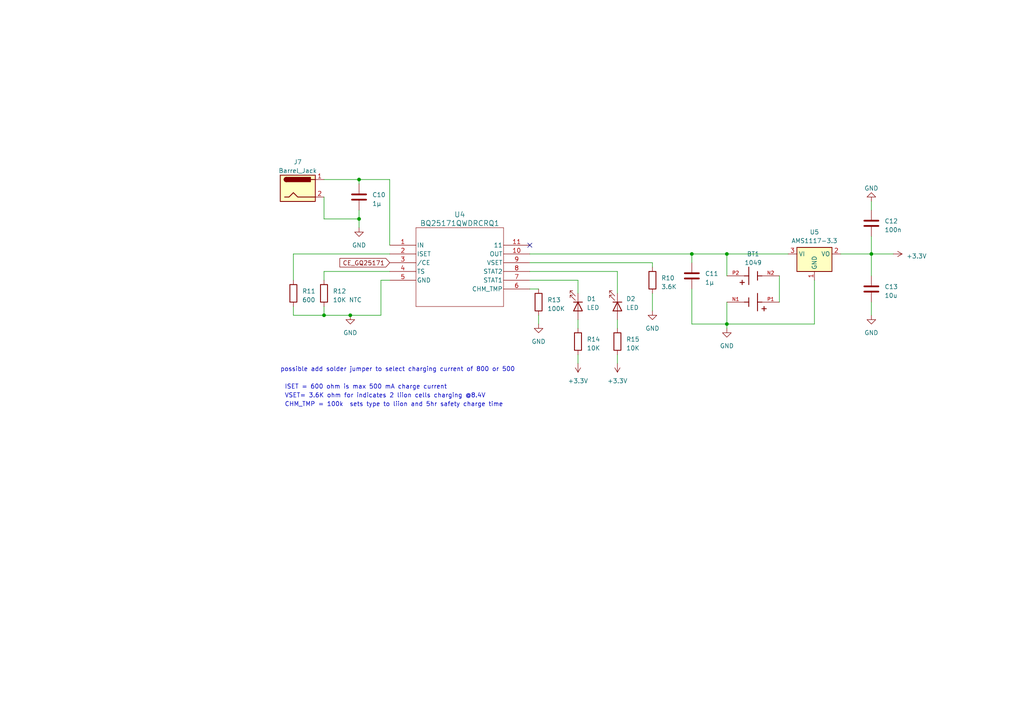
<source format=kicad_sch>
(kicad_sch (version 20230121) (generator eeschema)
  (paper "A4")
  (lib_symbols
    (symbol "1049P:1049" (pin_names (offset 1.016))
      (property "Reference" "BT" (at -3.81 8.89 0))
      (property "Value" "1049" (at -3.81 -7.62 0))
      (symbol "1049_0_0"
        (polyline (pts (xy -3.81 6.985) (xy -2.54 6.985)) (stroke (width 0.254)))
        (polyline (pts (xy -3.175 7.62) (xy -3.175 6.35)) (stroke (width 0.254)))
        (polyline (pts (xy -1.27 -3.81) (xy -1.27 -2.54)) (stroke (width 0.254)))
        (polyline (pts (xy -1.27 -2.54) (xy -2.54 -2.54)) (stroke (width 0.254)))
        (polyline (pts (xy -1.27 -2.54) (xy -1.27 -1.27)) (stroke (width 0.254)))
        (polyline (pts (xy -1.27 5.08) (xy -2.54 5.08)) (stroke (width 0.254)))
        (polyline (pts (xy -1.27 5.08) (xy -1.27 2.54)) (stroke (width 0.254)))
        (polyline (pts (xy -1.27 7.62) (xy -1.27 5.08)) (stroke (width 0.254)))
        (polyline (pts (xy 1.27 -5.08) (xy 1.27 -2.54)) (stroke (width 0.254)))
        (polyline (pts (xy 1.27 -2.54) (xy 1.27 0)) (stroke (width 0.254)))
        (polyline (pts (xy 1.27 -2.54) (xy 2.54 -2.54)) (stroke (width 0.254)))
        (polyline (pts (xy 1.27 5.08) (xy 1.27 3.81)) (stroke (width 0.254)))
        (polyline (pts (xy 1.27 5.08) (xy 2.54 5.08)) (stroke (width 0.254)))
        (polyline (pts (xy 1.27 6.35) (xy 1.27 5.08)) (stroke (width 0.254)))
        (polyline (pts (xy 3.175 -1.27) (xy 3.175 0)) (stroke (width 0.254)))
        (polyline (pts (xy 3.81 -0.635) (xy 2.54 -0.635)) (stroke (width 0.254)))
        (pin passive line (at 7.62 5.08 180) (length 5.08) (name "~") (number "N1"))
        (pin passive line (at -7.62 -2.54 0) (length 5.08) (name "~") (number "N2"))
        (pin passive line (at -7.62 5.08 0) (length 5.08) (name "~") (number "P1"))
        (pin passive line (at 7.62 -2.54 180) (length 5.08) (name "~") (number "P2"))
      )
    )
    (symbol "BQ25171:BQ25171QWDRCRQ1" (pin_names (offset 0.254))
      (property "Reference" "U4" (at 20.32 8.89 0))
      (property "Value" "BQ25171QWDRCRQ1" (at 20.32 6.35 0))
      (symbol "BQ25171QWDRCRQ1_0_1"
        (polyline (pts (xy 7.62 -17.78) (xy 33.02 -17.78)) (stroke (width 0.127)))
        (polyline (pts (xy 7.62 5.08) (xy 7.62 -17.78)) (stroke (width 0.127)))
        (polyline (pts (xy 33.02 -17.78) (xy 33.02 5.08)) (stroke (width 0.127)))
        (polyline (pts (xy 33.02 5.08) (xy 7.62 5.08)) (stroke (width 0.127)))
      )
      (symbol "BQ25171QWDRCRQ1_1_1"
        (pin unspecified line (at 0 0 0) (length 7.62) (name "IN") (number "1"))
        (pin unspecified line (at 40.64 -2.54 180) (length 7.62) (name "OUT") (number "10"))
        (pin unspecified line (at 40.64 0 180) (length 7.62) (name "11") (number "11"))
        (pin unspecified line (at 0 -2.54 0) (length 7.62) (name "ISET") (number "2"))
        (pin unspecified line (at 0 -5.08 0) (length 7.62) (name "/CE") (number "3"))
        (pin unspecified line (at 0 -7.62 0) (length 7.62) (name "TS") (number "4"))
        (pin unspecified line (at 0 -10.16 0) (length 7.62) (name "GND") (number "5"))
        (pin unspecified line (at 40.64 -12.7 180) (length 7.62) (name "CHM_TMP") (number "6"))
        (pin unspecified line (at 40.64 -10.16 180) (length 7.62) (name "STAT1") (number "7"))
        (pin unspecified line (at 40.64 -7.62 180) (length 7.62) (name "STAT2") (number "8"))
        (pin unspecified line (at 40.64 -5.08 180) (length 7.62) (name "VSET") (number "9"))
      )
    )
    (symbol "Connector:Barrel_Jack" (pin_names (offset 1.016))
      (property "Reference" "J" (at 0 5.334 0))
      (property "Value" "Barrel_Jack" (at 0 -5.08 0))
      (symbol "Barrel_Jack_0_1"
        (rectangle (start -5.08 3.81) (end 5.08 -3.81) (stroke (width 0.254)) (fill (type background)))
        (arc (start -3.302 3.175) (mid -3.9343 2.54) (end -3.302 1.905) (stroke (width 0.254)))
        (arc (start -3.302 3.175) (mid -3.9343 2.54) (end -3.302 1.905) (stroke (width 0.254)) (fill (type outline)))
        (polyline (pts (xy 5.08 2.54) (xy 3.81 2.54)) (stroke (width 0.254)))
        (polyline (pts (xy -3.81 -2.54) (xy -2.54 -2.54) (xy -1.27 -1.27) (xy 0 -2.54) (xy 2.54 -2.54) (xy 5.08 -2.54)) (stroke (width 0.254)))
        (rectangle (start 3.683 3.175) (end -3.302 1.905) (stroke (width 0.254)) (fill (type outline)))
      )
      (symbol "Barrel_Jack_1_1"
        (pin passive line (at 7.62 2.54 180) (length 2.54) (name "~") (number "1"))
        (pin passive line (at 7.62 -2.54 180) (length 2.54) (name "~") (number "2"))
      )
    )
    (symbol "Device:C" (pin_numbers hide) (pin_names (offset 0.254))
      (property "Reference" "C" (at 0.635 2.54 0))
      (property "Value" "C" (at 0.635 -2.54 0))
      (symbol "C_0_1"
        (polyline (pts (xy -2.032 -0.762) (xy 2.032 -0.762)) (stroke (width 0.508)))
        (polyline (pts (xy -2.032 0.762) (xy 2.032 0.762)) (stroke (width 0.508)))
      )
      (symbol "C_1_1"
        (pin passive line (at 0 3.81 270) (length 2.794) (name "~") (number "1"))
        (pin passive line (at 0 -3.81 90) (length 2.794) (name "~") (number "2"))
      )
    )
    (symbol "Device:LED" (pin_numbers hide) (pin_names (offset 1.016) hide)
      (property "Reference" "D" (at 0 2.54 0))
      (property "Value" "LED" (at 0 -2.54 0))
      (symbol "LED_0_1"
        (polyline (pts (xy -1.27 -1.27) (xy -1.27 1.27)) (stroke (width 0.254)))
        (polyline (pts (xy -1.27 0) (xy 1.27 0)))
        (polyline (pts (xy 1.27 -1.27) (xy 1.27 1.27) (xy -1.27 0) (xy 1.27 -1.27)) (stroke (width 0.254)))
        (polyline (pts (xy -3.048 -0.762) (xy -4.572 -2.286) (xy -3.81 -2.286) (xy -4.572 -2.286) (xy -4.572 -1.524)))
        (polyline (pts (xy -1.778 -0.762) (xy -3.302 -2.286) (xy -2.54 -2.286) (xy -3.302 -2.286) (xy -3.302 -1.524)))
      )
      (symbol "LED_1_1"
        (pin passive line (at -3.81 0 0) (length 2.54) (name "K") (number "1"))
        (pin passive line (at 3.81 0 180) (length 2.54) (name "A") (number "2"))
      )
    )
    (symbol "Device:R" (pin_numbers hide) (pin_names (offset 0))
      (property "Reference" "R" (at 2.032 0 90))
      (property "Value" "R" (at 0 0 90))
      (symbol "R_0_1"
        (rectangle (start -1.016 -2.54) (end 1.016 2.54) (stroke (width 0.254)))
      )
      (symbol "R_1_1"
        (pin passive line (at 0 3.81 270) (length 1.27) (name "~") (number "1"))
        (pin passive line (at 0 -3.81 90) (length 1.27) (name "~") (number "2"))
      )
    )
    (symbol "Regulator_Linear:AMS1117-3.3"
      (property "Reference" "U" (at -3.81 3.175 0))
      (property "Value" "AMS1117-3.3" (at 0 3.175 0))
      (symbol "AMS1117-3.3_0_1"
        (rectangle (start -5.08 -5.08) (end 5.08 1.905) (stroke (width 0.254)) (fill (type background)))
      )
      (symbol "AMS1117-3.3_1_1"
        (pin power_in line (at 0 -7.62 90) (length 2.54) (name "GND") (number "1"))
        (pin power_out line (at 7.62 0 180) (length 2.54) (name "VO") (number "2"))
        (pin power_in line (at -7.62 0 0) (length 2.54) (name "VI") (number "3"))
      )
    )
    (symbol "power:+3.3V" (power) (pin_names (offset 0))
      (property "Value" "+3.3V" (at 0 3.556 0))
      (symbol "+3.3V_0_1"
        (polyline (pts (xy -0.762 1.27) (xy 0 2.54)))
        (polyline (pts (xy 0 0) (xy 0 2.54)))
        (polyline (pts (xy 0 2.54) (xy 0.762 1.27)))
      )
      (symbol "+3.3V_1_1"
        (pin power_in line (at 0 0 90) (length 0) hide (name "+3.3V") (number "1"))
      )
    )
    (symbol "power:GND" (power) (pin_names (offset 0))
      (property "Value" "GND" (at 0 -3.81 0))
      (symbol "GND_0_1"
        (polyline (pts (xy 0 0) (xy 0 -1.27) (xy 1.27 -1.27) (xy 0 -2.54) (xy -1.27 -1.27) (xy 0 -1.27)))
      )
      (symbol "GND_1_1"
        (pin power_in line (at 0 0 270) (length 0) hide (name "GND") (number "1"))
      )
    )
  )
  (junction (at 210.82 73.66))
  (junction (at 210.82 93.98))
  (junction (at 104.14 52.07))
  (junction (at 200.66 73.66))
  (junction (at 101.6 91.44))
  (junction (at 252.73 73.66))
  (junction (at 93.98 91.44))
  (junction (at 104.14 63.5))
  (no_connect (at 153.67 71.12))
  (wire (pts (xy 210.82 95.25) (xy 210.82 93.98)))
  (wire (pts (xy 226.06 80.01) (xy 226.06 87.63)))
  (wire (pts (xy 101.6 91.44) (xy 110.49 91.44)))
  (wire (pts (xy 113.03 71.12) (xy 113.03 52.07)))
  (wire (pts (xy 167.64 81.28) (xy 167.64 85.09)))
  (wire (pts (xy 93.98 63.5) (xy 93.98 57.15)))
  (wire (pts (xy 85.09 73.66) (xy 85.09 81.28)))
  (wire (pts (xy 153.67 81.28) (xy 167.64 81.28)))
  (wire (pts (xy 167.64 102.87) (xy 167.64 105.41)))
  (wire (pts (xy 210.82 73.66) (xy 210.82 80.01)))
  (wire (pts (xy 179.07 92.71) (xy 179.07 95.25)))
  (wire (pts (xy 93.98 88.9) (xy 93.98 91.44)))
  (wire (pts (xy 252.73 58.42) (xy 252.73 60.96)))
  (wire (pts (xy 243.84 73.66) (xy 252.73 73.66)))
  (wire (pts (xy 153.67 73.66) (xy 200.66 73.66)))
  (wire (pts (xy 113.03 52.07) (xy 104.14 52.07)))
  (wire (pts (xy 189.23 85.09) (xy 189.23 90.17)))
  (wire (pts (xy 210.82 87.63) (xy 210.82 93.98)))
  (wire (pts (xy 200.66 83.82) (xy 200.66 93.98)))
  (wire (pts (xy 200.66 73.66) (xy 210.82 73.66)))
  (wire (pts (xy 153.67 76.2) (xy 189.23 76.2)))
  (wire (pts (xy 179.07 78.74) (xy 179.07 85.09)))
  (wire (pts (xy 104.14 63.5) (xy 104.14 66.04)))
  (wire (pts (xy 210.82 73.66) (xy 228.6 73.66)))
  (wire (pts (xy 153.67 78.74) (xy 179.07 78.74)))
  (wire (pts (xy 210.82 93.98) (xy 236.22 93.98)))
  (wire (pts (xy 156.21 91.44) (xy 156.21 93.98)))
  (wire (pts (xy 104.14 52.07) (xy 93.98 52.07)))
  (wire (pts (xy 93.98 78.74) (xy 113.03 78.74)))
  (wire (pts (xy 104.14 53.34) (xy 104.14 52.07)))
  (wire (pts (xy 252.73 87.63) (xy 252.73 91.44)))
  (wire (pts (xy 93.98 91.44) (xy 101.6 91.44)))
  (wire (pts (xy 93.98 81.28) (xy 93.98 78.74)))
  (wire (pts (xy 113.03 81.28) (xy 110.49 81.28)))
  (wire (pts (xy 85.09 88.9) (xy 85.09 91.44)))
  (wire (pts (xy 236.22 93.98) (xy 236.22 81.28)))
  (wire (pts (xy 179.07 102.87) (xy 179.07 105.41)))
  (wire (pts (xy 167.64 92.71) (xy 167.64 95.25)))
  (wire (pts (xy 153.67 83.82) (xy 156.21 83.82)))
  (wire (pts (xy 252.73 73.66) (xy 259.08 73.66)))
  (wire (pts (xy 110.49 81.28) (xy 110.49 91.44)))
  (wire (pts (xy 252.73 68.58) (xy 252.73 73.66)))
  (wire (pts (xy 93.98 63.5) (xy 104.14 63.5)))
  (wire (pts (xy 200.66 93.98) (xy 210.82 93.98)))
  (wire (pts (xy 200.66 73.66) (xy 200.66 76.2)))
  (wire (pts (xy 252.73 73.66) (xy 252.73 80.01)))
  (wire (pts (xy 104.14 60.96) (xy 104.14 63.5)))
  (wire (pts (xy 85.09 91.44) (xy 93.98 91.44)))
  (wire (pts (xy 189.23 76.2) (xy 189.23 77.47)))
  (wire (pts (xy 113.03 73.66) (xy 85.09 73.66)))
  (text "ISET = 600 ohm is max 500 mA charge current\n" (at 82.55 113.03 0) (effects (font (size 1.27 1.27)) (justify left bottom)))
  (text "possible add solder jumper to select charging current of 800 or 500" (at 81.28 107.95 0) (effects (font (size 1.27 1.27)) (justify left bottom)))
  (text "VSET= 3.6K ohm for indicates 2 liion cells charging @8.4V" (at 82.55 115.57 0) (effects (font (size 1.27 1.27)) (justify left bottom)))
  (text "CHM_TMP = 100k  sets type to liion and 5hr safety charge time\n" (at 82.55 118.11 0) (effects (font (size 1.27 1.27)) (justify left bottom)))
  (global_label "CE_GQ25171" (shape input) (at 113.03 76.2 180) (property "Intersheetrefs" "${INTERSHEET_REFS}" (effects hide)))
  (symbol (lib_id "power:GND") (at 210.82 95.25 0) (unit 1)
    (property "Reference" "#PWR014" (effects hide))
    (property "Value" "GND" (at 210.82 100.33 0))
  )
  (symbol (lib_id "Device:C") (at 252.73 83.82 0) (unit 1)
    (property "Reference" "C13" (at 256.54 83.185 0) (effects (justify left)))
    (property "Value" "10u" (at 256.54 85.725 0) (effects (justify left)))
    (property "Footprint" "Capacitor_SMD:C_0805_2012Metric_Pad1.18x1.45mm_HandSolder" (effects hide))
  )
  (symbol (lib_id "power:+3.3V") (at 167.64 105.41 180) (unit 1)
    (property "Reference" "#PWR020" (effects hide))
    (property "Value" "+3.3V" (at 167.64 110.49 0))
  )
  (symbol (lib_id "Device:LED") (at 179.07 88.9 270) (unit 1)
    (property "Reference" "D2" (at 181.61 86.6775 90) (effects (justify left)))
    (property "Value" "LED" (at 181.61 89.2175 90) (effects (justify left)))
    (property "Footprint" "LED_SMD:LED_0805_2012Metric_Pad1.15x1.40mm_HandSolder" (effects hide))
  )
  (symbol (lib_id "power:GND") (at 104.14 66.04 0) (unit 1)
    (property "Reference" "#PWR018" (effects hide))
    (property "Value" "GND" (at 104.14 71.12 0))
  )
  (symbol (lib_id "Connector:Barrel_Jack") (at 86.36 54.61 0) (unit 1)
    (property "Reference" "J7" (at 86.36 46.99 0))
    (property "Value" "Barrel_Jack" (at 86.36 49.53 0))
    (property "Footprint" "Connector_BarrelJack:BarrelJack_GCT_DCJ200-10-A_Horizontal" (effects hide))
  )
  (symbol (lib_id "Device:R") (at 85.09 85.09 0) (unit 1)
    (property "Reference" "R11" (at 87.63 84.455 0) (effects (justify left)))
    (property "Value" "600" (at 87.63 86.995 0) (effects (justify left)))
    (property "Footprint" "Resistor_SMD:R_0805_2012Metric_Pad1.20x1.40mm_HandSolder" (effects hide))
  )
  (symbol (lib_id "1049P:1049") (at 218.44 82.55 180) (unit 1)
    (property "Reference" "BT1" (at 218.44 73.66 0))
    (property "Value" "1049" (at 218.44 76.2 0))
    (property "Footprint" "Central:BAT_1049" (effects hide))
    (property "MF" "Keystone Electronics" (effects hide))
    (property "MAXIMUM_PACKAGE_HEIGHT" "15.1mm" (effects hide))
    (property "Package" "None" (effects hide))
    (property "Price" "None" (effects hide))
    (property "Check_prices" "https://www.snapeda.com/parts/1049/Keystone+Electronics/view-part/?ref=eda" (effects hide))
    (property "STANDARD" "Manufacturer Recommendations" (effects hide))
    (property "PARTREV" "F" (effects hide))
    (property "SnapEDA_Link" "https://www.snapeda.com/parts/1049/Keystone+Electronics/view-part/?ref=snap" (effects hide))
    (property "MP" "1049" (effects hide))
    (property "Description" "\nTHM Holder for Dual 18650 Batteries\n" (effects hide))
    (property "MANUFACTURER" "Keystone" (effects hide))
    (property "Availability" "Not in stock" (effects hide))
    (property "SNAPEDA_PN" "109" (effects hide))
  )
  (symbol (lib_id "Device:C") (at 252.73 64.77 0) (unit 1)
    (property "Reference" "C12" (at 256.54 64.135 0) (effects (justify left)))
    (property "Value" "100n" (at 256.54 66.675 0) (effects (justify left)))
    (property "Footprint" "Capacitor_SMD:C_0805_2012Metric_Pad1.18x1.45mm_HandSolder" (effects hide))
  )
  (symbol (lib_id "Device:R") (at 156.21 87.63 0) (unit 1)
    (property "Reference" "R13" (at 158.75 86.995 0) (effects (justify left)))
    (property "Value" "100K" (at 158.75 89.535 0) (effects (justify left)))
    (property "Footprint" "Resistor_SMD:R_0805_2012Metric_Pad1.20x1.40mm_HandSolder" (effects hide))
  )
  (symbol (lib_id "power:GND") (at 156.21 93.98 0) (unit 1)
    (property "Reference" "#PWR019" (effects hide))
    (property "Value" "GND" (at 156.21 99.06 0))
  )
  (symbol (lib_id "power:GND") (at 252.73 58.42 180) (unit 1)
    (property "Reference" "#PWR022" (effects hide))
    (property "Value" "GND" (at 252.73 54.61 0))
  )
  (symbol (lib_id "Device:LED") (at 167.64 88.9 270) (unit 1)
    (property "Reference" "D1" (at 170.18 86.6775 90) (effects (justify left)))
    (property "Value" "LED" (at 170.18 89.2175 90) (effects (justify left)))
    (property "Footprint" "LED_SMD:LED_0805_2012Metric_Pad1.15x1.40mm_HandSolder" (effects hide))
  )
  (symbol (lib_id "BQ25171:BQ25171QWDRCRQ1") (at 113.03 71.12 0) (unit 1)
    (property "Reference" "U4" (at 133.35 62.23 0) (effects (font (size 1.524 1.524))))
    (property "Value" "BQ25171QWDRCRQ1" (at 133.35 64.77 0) (effects (font (size 1.524 1.524))))
    (property "Footprint" "Central:VSON10_BQ25171_3X3_TEX" (effects hide))
    (property "Datasheet" "BQ25171QWDRCRQ1" (effects hide))
  )
  (symbol (lib_id "power:GND") (at 189.23 90.17 0) (unit 1)
    (property "Reference" "#PWR015" (effects hide))
    (property "Value" "GND" (at 189.23 95.25 0))
  )
  (symbol (lib_id "power:GND") (at 252.73 91.44 0) (unit 1)
    (property "Reference" "#PWR023" (effects hide))
    (property "Value" "GND" (at 252.73 96.52 0))
  )
  (symbol (lib_id "Device:C") (at 104.14 57.15 0) (unit 1)
    (property "Reference" "C10" (at 107.95 56.515 0) (effects (justify left)))
    (property "Value" "1µ" (at 107.95 59.055 0) (effects (justify left)))
    (property "Footprint" "Capacitor_SMD:C_0805_2012Metric_Pad1.18x1.45mm_HandSolder" (effects hide))
  )
  (symbol (lib_id "Device:R") (at 179.07 99.06 0) (unit 1)
    (property "Reference" "R15" (at 181.61 98.425 0) (effects (justify left)))
    (property "Value" "10K" (at 181.61 100.965 0) (effects (justify left)))
    (property "Footprint" "Resistor_SMD:R_0805_2012Metric_Pad1.20x1.40mm_HandSolder" (effects hide))
  )
  (symbol (lib_id "Device:C") (at 200.66 80.01 0) (unit 1)
    (property "Reference" "C11" (at 204.47 79.375 0) (effects (justify left)))
    (property "Value" "1µ" (at 204.47 81.915 0) (effects (justify left)))
    (property "Footprint" "Capacitor_SMD:C_0805_2012Metric_Pad1.18x1.45mm_HandSolder" (effects hide))
  )
  (symbol (lib_id "Device:R") (at 167.64 99.06 0) (unit 1)
    (property "Reference" "R14" (at 170.18 98.425 0) (effects (justify left)))
    (property "Value" "10K" (at 170.18 100.965 0) (effects (justify left)))
    (property "Footprint" "Resistor_SMD:R_0805_2012Metric_Pad1.20x1.40mm_HandSolder" (effects hide))
  )
  (symbol (lib_id "Regulator_Linear:AMS1117-3.3") (at 236.22 73.66 0) (unit 1)
    (property "Reference" "U5" (at 236.22 67.31 0))
    (property "Value" "AMS1117-3.3" (at 236.22 69.85 0))
    (property "Footprint" "Package_TO_SOT_SMD:SOT-223-3_TabPin2" (effects hide))
    (property "Datasheet" "http://www.advanced-monolithic.com/pdf/ds1117.pdf" (effects hide))
  )
  (symbol (lib_id "Device:R") (at 189.23 81.28 0) (unit 1)
    (property "Reference" "R10" (at 191.77 80.645 0) (effects (justify left)))
    (property "Value" "3.6K" (at 191.77 83.185 0) (effects (justify left)))
    (property "Footprint" "Resistor_SMD:R_0805_2012Metric_Pad1.20x1.40mm_HandSolder" (effects hide))
  )
  (symbol (lib_id "power:GND") (at 101.6 91.44 0) (unit 1)
    (property "Reference" "#PWR016" (effects hide))
    (property "Value" "GND" (at 101.6 96.52 0))
  )
  (symbol (lib_id "power:+3.3V") (at 259.08 73.66 270) (unit 1)
    (property "Reference" "#PWR017" (effects hide))
    (property "Value" "+3.3V" (at 262.89 74.295 90) (effects (justify left)))
  )
  (symbol (lib_id "Device:R") (at 93.98 85.09 0) (unit 1)
    (property "Reference" "R12" (at 96.52 84.455 0) (effects (justify left)))
    (property "Value" "10K NTC" (at 96.52 86.995 0) (effects (justify left)))
  )
  (symbol (lib_id "power:+3.3V") (at 179.07 105.41 180) (unit 1)
    (property "Reference" "#PWR021" (effects hide))
    (property "Value" "+3.3V" (at 179.07 110.49 0))
  )
)
</source>
